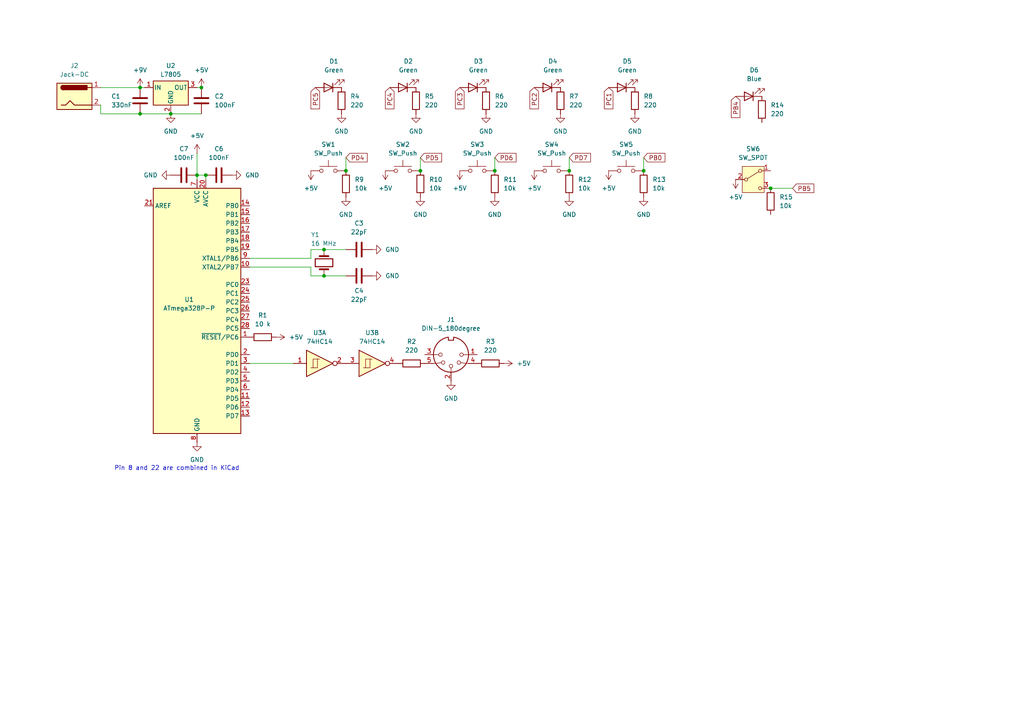
<source format=kicad_sch>
(kicad_sch (version 20250114) (generator "eeschema") (generator_version "9.0")
  (paper "A4")
  (lib_symbols
    (symbol "74xx:74HC14" (pin_names (offset 1.016))
      (property "Reference" "U" (at 0 1.27 0))
      (property "Value" "74HC14" (at 0 -1.27 0))
      (symbol "74HC14_1_0"
        (polyline (pts (xy -3.81 3.81) (xy -3.81 -3.81) (xy 3.81 0) (xy -3.81 3.81)) (stroke (width 0.254)) (fill (type background)))
        (pin input line (at -7.62 0 0) (length 3.81) (name "~") (number "1"))
        (pin output inverted (at 7.62 0 180) (length 3.81) (name "~") (number "2"))
      )
      (symbol "74HC14_1_1"
        (polyline (pts (xy -2.54 -1.27) (xy -0.635 -1.27) (xy -0.635 1.27) (xy 0 1.27)))
        (polyline (pts (xy -1.905 -1.27) (xy -1.905 1.27) (xy -0.635 1.27)))
      )
      (symbol "74HC14_2_0"
        (polyline (pts (xy -3.81 3.81) (xy -3.81 -3.81) (xy 3.81 0) (xy -3.81 3.81)) (stroke (width 0.254)) (fill (type background)))
        (pin input line (at -7.62 0 0) (length 3.81) (name "~") (number "3"))
        (pin output inverted (at 7.62 0 180) (length 3.81) (name "~") (number "4"))
      )
      (symbol "74HC14_2_1"
        (polyline (pts (xy -2.54 -1.27) (xy -0.635 -1.27) (xy -0.635 1.27) (xy 0 1.27)))
        (polyline (pts (xy -1.905 -1.27) (xy -1.905 1.27) (xy -0.635 1.27)))
      )
      (symbol "74HC14_3_0"
        (polyline (pts (xy -3.81 3.81) (xy -3.81 -3.81) (xy 3.81 0) (xy -3.81 3.81)) (stroke (width 0.254)) (fill (type background)))
        (pin input line (at -7.62 0 0) (length 3.81) (name "~") (number "5"))
        (pin output inverted (at 7.62 0 180) (length 3.81) (name "~") (number "6"))
      )
      (symbol "74HC14_3_1"
        (polyline (pts (xy -2.54 -1.27) (xy -0.635 -1.27) (xy -0.635 1.27) (xy 0 1.27)))
        (polyline (pts (xy -1.905 -1.27) (xy -1.905 1.27) (xy -0.635 1.27)))
      )
      (symbol "74HC14_4_0"
        (polyline (pts (xy -3.81 3.81) (xy -3.81 -3.81) (xy 3.81 0) (xy -3.81 3.81)) (stroke (width 0.254)) (fill (type background)))
        (pin input line (at -7.62 0 0) (length 3.81) (name "~") (number "9"))
        (pin output inverted (at 7.62 0 180) (length 3.81) (name "~") (number "8"))
      )
      (symbol "74HC14_4_1"
        (polyline (pts (xy -2.54 -1.27) (xy -0.635 -1.27) (xy -0.635 1.27) (xy 0 1.27)))
        (polyline (pts (xy -1.905 -1.27) (xy -1.905 1.27) (xy -0.635 1.27)))
      )
      (symbol "74HC14_5_0"
        (polyline (pts (xy -3.81 3.81) (xy -3.81 -3.81) (xy 3.81 0) (xy -3.81 3.81)) (stroke (width 0.254)) (fill (type background)))
        (pin input line (at -7.62 0 0) (length 3.81) (name "~") (number "11"))
        (pin output inverted (at 7.62 0 180) (length 3.81) (name "~") (number "10"))
      )
      (symbol "74HC14_5_1"
        (polyline (pts (xy -2.54 -1.27) (xy -0.635 -1.27) (xy -0.635 1.27) (xy 0 1.27)))
        (polyline (pts (xy -1.905 -1.27) (xy -1.905 1.27) (xy -0.635 1.27)))
      )
      (symbol "74HC14_6_0"
        (polyline (pts (xy -3.81 3.81) (xy -3.81 -3.81) (xy 3.81 0) (xy -3.81 3.81)) (stroke (width 0.254)) (fill (type background)))
        (pin input line (at -7.62 0 0) (length 3.81) (name "~") (number "13"))
        (pin output inverted (at 7.62 0 180) (length 3.81) (name "~") (number "12"))
      )
      (symbol "74HC14_6_1"
        (polyline (pts (xy -2.54 -1.27) (xy -0.635 -1.27) (xy -0.635 1.27) (xy 0 1.27)))
        (polyline (pts (xy -1.905 -1.27) (xy -1.905 1.27) (xy -0.635 1.27)))
      )
      (symbol "74HC14_7_0"
        (pin power_in line (at 0 12.7 270) (length 5.08) (name "VCC") (number "14"))
        (pin power_in line (at 0 -12.7 90) (length 5.08) (name "GND") (number "7"))
      )
      (symbol "74HC14_7_1"
        (rectangle (start -5.08 7.62) (end 5.08 -7.62) (stroke (width 0.254)) (fill (type background)))
      )
    )
    (symbol "Connector:DIN-5_180degree" (pin_names (offset 1.016))
      (property "Reference" "J" (at 3.175 5.715 0))
      (property "Value" "DIN-5_180degree" (at 0 -6.35 0))
      (symbol "DIN-5_180degree_0_1"
        (polyline (pts (xy -5.08 2.54) (xy -4.318 2.54) (xy -2.794 2.286)))
        (polyline (pts (xy -5.08 0) (xy -3.556 0)))
        (circle (center -3.048 0) (radius 0.508))
        (circle (center -2.286 2.286) (radius 0.508))
        (polyline (pts (xy -0.762 -4.953) (xy -0.762 -4.191) (xy 0.762 -4.191) (xy 0.762 -4.953)) (stroke (width 0.254)))
        (arc (start 5.08 0) (mid 3.8673 -3.3444) (end 0.762 -5.08) (stroke (width 0.254)))
        (polyline (pts (xy 0 5.08) (xy 0 3.81)))
        (circle (center 0 3.302) (radius 0.508))
        (arc (start -5.08 0) (mid 0 5.0579) (end 5.08 0) (stroke (width 0.254)))
        (arc (start -0.762 -5.08) (mid -3.8597 -3.3379) (end -5.08 0) (stroke (width 0.254)))
        (circle (center 2.286 2.286) (radius 0.508))
        (circle (center 3.048 0) (radius 0.508))
        (polyline (pts (xy 5.08 2.54) (xy 4.318 2.54) (xy 2.794 2.286)))
        (polyline (pts (xy 5.08 0) (xy 3.556 0)))
      )
      (symbol "DIN-5_180degree_1_1"
        (pin passive line (at -7.62 2.54 0) (length 2.54) (name "~") (number "4"))
        (pin passive line (at -7.62 0 0) (length 2.54) (name "~") (number "1"))
        (pin passive line (at 0 7.62 270) (length 2.54) (name "~") (number "2"))
        (pin passive line (at 7.62 2.54 180) (length 2.54) (name "~") (number "5"))
        (pin passive line (at 7.62 0 180) (length 2.54) (name "~") (number "3"))
      )
    )
    (symbol "Connector:Jack-DC" (pin_names (offset 1.016))
      (property "Reference" "J" (at 0 5.334 0))
      (property "Value" "Jack-DC" (at 0 -5.08 0))
      (symbol "Jack-DC_0_1"
        (rectangle (start -5.08 3.81) (end 5.08 -3.81) (stroke (width 0.254)) (fill (type background)))
        (polyline (pts (xy -3.81 -2.54) (xy -2.54 -2.54) (xy -1.27 -1.27) (xy 0 -2.54) (xy 2.54 -2.54) (xy 5.08 -2.54)) (stroke (width 0.254)))
        (arc (start -3.302 1.905) (mid -3.9343 2.54) (end -3.302 3.175) (stroke (width 0.254)))
        (arc (start -3.302 1.905) (mid -3.9343 2.54) (end -3.302 3.175) (stroke (width 0.254)) (fill (type outline)))
        (rectangle (start 3.683 3.175) (end -3.302 1.905) (stroke (width 0.254)) (fill (type outline)))
        (polyline (pts (xy 5.08 2.54) (xy 3.81 2.54)) (stroke (width 0.254)))
      )
      (symbol "Jack-DC_1_1"
        (pin passive line (at 7.62 2.54 180) (length 2.54) (name "~") (number "1"))
        (pin passive line (at 7.62 -2.54 180) (length 2.54) (name "~") (number "2"))
      )
    )
    (symbol "Device:C" (pin_numbers (hide yes)) (pin_names (offset 0.254))
      (property "Reference" "C" (at 0.635 2.54 0))
      (property "Value" "C" (at 0.635 -2.54 0))
      (symbol "C_0_1"
        (polyline (pts (xy -2.032 0.762) (xy 2.032 0.762)) (stroke (width 0.508)))
        (polyline (pts (xy -2.032 -0.762) (xy 2.032 -0.762)) (stroke (width 0.508)))
      )
      (symbol "C_1_1"
        (pin passive line (at 0 3.81 270) (length 2.794) (name "~") (number "1"))
        (pin passive line (at 0 -3.81 90) (length 2.794) (name "~") (number "2"))
      )
    )
    (symbol "Device:Crystal" (pin_numbers (hide yes)) (pin_names (offset 1.016) (hide yes))
      (property "Reference" "Y" (at 0 3.81 0))
      (property "Value" "Crystal" (at 0 -3.81 0))
      (symbol "Crystal_0_1"
        (polyline (pts (xy -2.54 0) (xy -1.905 0)))
        (polyline (pts (xy -1.905 -1.27) (xy -1.905 1.27)) (stroke (width 0.508)))
        (rectangle (start -1.143 2.54) (end 1.143 -2.54) (stroke (width 0.3048)))
        (polyline (pts (xy 1.905 -1.27) (xy 1.905 1.27)) (stroke (width 0.508)))
        (polyline (pts (xy 2.54 0) (xy 1.905 0)))
      )
      (symbol "Crystal_1_1"
        (pin passive line (at -3.81 0 0) (length 1.27) (name "1") (number "1"))
        (pin passive line (at 3.81 0 180) (length 1.27) (name "2") (number "2"))
      )
    )
    (symbol "Device:LED" (pin_numbers (hide yes)) (pin_names (offset 1.016) (hide yes))
      (property "Reference" "D" (at 0 2.54 0))
      (property "Value" "LED" (at 0 -2.54 0))
      (symbol "LED_0_1"
        (polyline (pts (xy -3.048 -0.762) (xy -4.572 -2.286) (xy -3.81 -2.286) (xy -4.572 -2.286) (xy -4.572 -1.524)))
        (polyline (pts (xy -1.778 -0.762) (xy -3.302 -2.286) (xy -2.54 -2.286) (xy -3.302 -2.286) (xy -3.302 -1.524)))
        (polyline (pts (xy -1.27 0) (xy 1.27 0)))
        (polyline (pts (xy -1.27 -1.27) (xy -1.27 1.27)) (stroke (width 0.254)))
        (polyline (pts (xy 1.27 -1.27) (xy 1.27 1.27) (xy -1.27 0) (xy 1.27 -1.27)) (stroke (width 0.254)))
      )
      (symbol "LED_1_1"
        (pin passive line (at -3.81 0 0) (length 2.54) (name "K") (number "1"))
        (pin passive line (at 3.81 0 180) (length 2.54) (name "A") (number "2"))
      )
    )
    (symbol "Device:R" (pin_numbers (hide yes)) (pin_names (offset 0))
      (property "Reference" "R" (at 2.032 0 90))
      (property "Value" "R" (at 0 0 90))
      (symbol "R_0_1"
        (rectangle (start -1.016 -2.54) (end 1.016 2.54) (stroke (width 0.254)))
      )
      (symbol "R_1_1"
        (pin passive line (at 0 3.81 270) (length 1.27) (name "~") (number "1"))
        (pin passive line (at 0 -3.81 90) (length 1.27) (name "~") (number "2"))
      )
    )
    (symbol "MCU_Microchip_ATmega:ATmega328P-P"
      (property "Reference" "U" (at -12.7 36.83 0))
      (property "Value" "ATmega328P-P" (at 2.54 -36.83 0))
      (symbol "ATmega328P-P_0_1"
        (rectangle (start -12.7 -35.56) (end 12.7 35.56) (stroke (width 0.254)) (fill (type background)))
      )
      (symbol "ATmega328P-P_1_1"
        (pin passive line (at -15.24 30.48 0) (length 2.54) (name "AREF") (number "21"))
        (pin power_in line (at 0 38.1 270) (length 2.54) (name "VCC") (number "7"))
        (pin passive line (at 0 -38.1 90) (length 2.54) (hide yes) (name "GND") (number "22"))
        (pin power_in line (at 0 -38.1 90) (length 2.54) (name "GND") (number "8"))
        (pin power_in line (at 2.54 38.1 270) (length 2.54) (name "AVCC") (number "20"))
        (pin bidirectional line (at 15.24 30.48 180) (length 2.54) (name "PB0") (number "14"))
        (pin bidirectional line (at 15.24 27.94 180) (length 2.54) (name "PB1") (number "15"))
        (pin bidirectional line (at 15.24 25.4 180) (length 2.54) (name "PB2") (number "16"))
        (pin bidirectional line (at 15.24 22.86 180) (length 2.54) (name "PB3") (number "17"))
        (pin bidirectional line (at 15.24 20.32 180) (length 2.54) (name "PB4") (number "18"))
        (pin bidirectional line (at 15.24 17.78 180) (length 2.54) (name "PB5") (number "19"))
        (pin bidirectional line (at 15.24 15.24 180) (length 2.54) (name "XTAL1/PB6") (number "9"))
        (pin bidirectional line (at 15.24 12.7 180) (length 2.54) (name "XTAL2/PB7") (number "10"))
        (pin bidirectional line (at 15.24 7.62 180) (length 2.54) (name "PC0") (number "23"))
        (pin bidirectional line (at 15.24 5.08 180) (length 2.54) (name "PC1") (number "24"))
        (pin bidirectional line (at 15.24 2.54 180) (length 2.54) (name "PC2") (number "25"))
        (pin bidirectional line (at 15.24 0 180) (length 2.54) (name "PC3") (number "26"))
        (pin bidirectional line (at 15.24 -2.54 180) (length 2.54) (name "PC4") (number "27"))
        (pin bidirectional line (at 15.24 -5.08 180) (length 2.54) (name "PC5") (number "28"))
        (pin bidirectional line (at 15.24 -7.62 180) (length 2.54) (name "~{RESET}/PC6") (number "1"))
        (pin bidirectional line (at 15.24 -12.7 180) (length 2.54) (name "PD0") (number "2"))
        (pin bidirectional line (at 15.24 -15.24 180) (length 2.54) (name "PD1") (number "3"))
        (pin bidirectional line (at 15.24 -17.78 180) (length 2.54) (name "PD2") (number "4"))
        (pin bidirectional line (at 15.24 -20.32 180) (length 2.54) (name "PD3") (number "5"))
        (pin bidirectional line (at 15.24 -22.86 180) (length 2.54) (name "PD4") (number "6"))
        (pin bidirectional line (at 15.24 -25.4 180) (length 2.54) (name "PD5") (number "11"))
        (pin bidirectional line (at 15.24 -27.94 180) (length 2.54) (name "PD6") (number "12"))
        (pin bidirectional line (at 15.24 -30.48 180) (length 2.54) (name "PD7") (number "13"))
      )
    )
    (symbol "Regulator_Linear:L7805" (pin_names (offset 0.254))
      (property "Reference" "U" (at -3.81 3.175 0))
      (property "Value" "L7805" (at 0 3.175 0))
      (symbol "L7805_0_1"
        (rectangle (start -5.08 1.905) (end 5.08 -5.08) (stroke (width 0.254)) (fill (type background)))
      )
      (symbol "L7805_1_1"
        (pin power_in line (at -7.62 0 0) (length 2.54) (name "IN") (number "1"))
        (pin power_in line (at 0 -7.62 90) (length 2.54) (name "GND") (number "2"))
        (pin power_out line (at 7.62 0 180) (length 2.54) (name "OUT") (number "3"))
      )
    )
    (symbol "Switch:SW_Push" (pin_numbers (hide yes)) (pin_names (offset 1.016) (hide yes))
      (property "Reference" "SW" (at 1.27 2.54 0))
      (property "Value" "SW_Push" (at 0 -1.524 0))
      (symbol "SW_Push_0_1"
        (circle (center -2.032 0) (radius 0.508))
        (polyline (pts (xy 0 1.27) (xy 0 3.048)))
        (circle (center 2.032 0) (radius 0.508))
        (polyline (pts (xy 2.54 1.27) (xy -2.54 1.27)))
        (pin passive line (at -5.08 0 0) (length 2.54) (name "1") (number "1"))
        (pin passive line (at 5.08 0 180) (length 2.54) (name "2") (number "2"))
      )
    )
    (symbol "Switch:SW_SPDT" (pin_names (offset 0) (hide yes))
      (property "Reference" "SW" (at 0 5.08 0))
      (property "Value" "SW_SPDT" (at 0 -5.08 0))
      (symbol "SW_SPDT_0_1"
        (circle (center -2.032 0) (radius 0.4572))
        (polyline (pts (xy -1.651 0.254) (xy 1.651 2.286)))
        (circle (center 2.032 2.54) (radius 0.4572))
        (circle (center 2.032 -2.54) (radius 0.4572))
      )
      (symbol "SW_SPDT_1_1"
        (rectangle (start -3.175 3.81) (end 3.175 -3.81) (fill (type background)))
        (pin passive line (at -5.08 0 0) (length 2.54) (name "B") (number "2"))
        (pin passive line (at 5.08 2.54 180) (length 2.54) (name "A") (number "1"))
        (pin passive line (at 5.08 -2.54 180) (length 2.54) (name "C") (number "3"))
      )
    )
    (symbol "power:+5V" (power) (pin_numbers (hide yes)) (pin_names (offset 0) (hide yes))
      (property "Value" "+5V" (at 0 3.556 0))
      (symbol "+5V_0_1"
        (polyline (pts (xy -0.762 1.27) (xy 0 2.54)))
        (polyline (pts (xy 0 2.54) (xy 0.762 1.27)))
        (polyline (pts (xy 0 0) (xy 0 2.54)))
      )
      (symbol "+5V_1_1"
        (pin power_in line (at 0 0 90) (length 0) (name "~") (number "1"))
      )
    )
    (symbol "power:+9V" (power) (pin_numbers (hide yes)) (pin_names (offset 0) (hide yes))
      (property "Value" "+9V" (at 0 3.556 0))
      (symbol "+9V_0_1"
        (polyline (pts (xy -0.762 1.27) (xy 0 2.54)))
        (polyline (pts (xy 0 2.54) (xy 0.762 1.27)))
        (polyline (pts (xy 0 0) (xy 0 2.54)))
      )
      (symbol "+9V_1_1"
        (pin power_in line (at 0 0 90) (length 0) (name "~") (number "1"))
      )
    )
    (symbol "power:GND" (power) (pin_numbers (hide yes)) (pin_names (offset 0) (hide yes))
      (property "Value" "GND" (at 0 -3.81 0))
      (symbol "GND_0_1"
        (polyline (pts (xy 0 0) (xy 0 -1.27) (xy 1.27 -1.27) (xy 0 -2.54) (xy -1.27 -1.27) (xy 0 -1.27)))
      )
      (symbol "GND_1_1"
        (pin power_in line (at 0 0 270) (length 0) (name "~") (number "1"))
      )
    )
  )
  (text "Pin 8 and 22 are combined in KiCad" (at 51.308 135.89 0) (effects (font (size 1.27 1.27))))
  (junction (at 58.42 25.4))
  (junction (at 121.92 49.53))
  (junction (at 93.98 72.39))
  (junction (at 186.69 49.53))
  (junction (at 143.51 49.53))
  (junction (at 49.53 33.02))
  (junction (at 59.69 50.8))
  (junction (at 93.98 80.01))
  (junction (at 40.64 25.4))
  (junction (at 40.64 33.02))
  (junction (at 100.33 49.53))
  (junction (at 223.52 54.61))
  (junction (at 57.15 50.8))
  (junction (at 165.1 49.53))
  (wire (pts (xy 59.69 50.8) (xy 59.69 52.07)))
  (wire (pts (xy 57.15 25.4) (xy 58.42 25.4)))
  (wire (pts (xy 29.21 30.48) (xy 29.21 33.02)))
  (wire (pts (xy 121.92 45.72) (xy 121.92 49.53)))
  (wire (pts (xy 40.64 33.02) (xy 49.53 33.02)))
  (wire (pts (xy 93.98 80.01) (xy 100.33 80.01)))
  (wire (pts (xy 57.15 50.8) (xy 59.69 50.8)))
  (wire (pts (xy 93.98 80.01) (xy 90.17 80.01)))
  (wire (pts (xy 90.17 72.39) (xy 90.17 74.93)))
  (wire (pts (xy 29.21 33.02) (xy 40.64 33.02)))
  (wire (pts (xy 93.98 72.39) (xy 90.17 72.39)))
  (wire (pts (xy 57.15 50.8) (xy 57.15 52.07)))
  (wire (pts (xy 143.51 45.72) (xy 143.51 49.53)))
  (wire (pts (xy 100.33 45.72) (xy 100.33 49.53)))
  (wire (pts (xy 29.21 25.4) (xy 40.64 25.4)))
  (wire (pts (xy 186.69 45.72) (xy 186.69 49.53)))
  (wire (pts (xy 72.39 105.41) (xy 85.09 105.41)))
  (wire (pts (xy 93.98 72.39) (xy 100.33 72.39)))
  (wire (pts (xy 229.87 54.61) (xy 223.52 54.61)))
  (wire (pts (xy 90.17 74.93) (xy 72.39 74.93)))
  (wire (pts (xy 90.17 77.47) (xy 72.39 77.47)))
  (wire (pts (xy 49.53 33.02) (xy 58.42 33.02)))
  (wire (pts (xy 90.17 80.01) (xy 90.17 77.47)))
  (wire (pts (xy 40.64 25.4) (xy 41.91 25.4)))
  (wire (pts (xy 57.15 44.45) (xy 57.15 50.8)))
  (wire (pts (xy 165.1 45.72) (xy 165.1 49.53)))
  (global_label "PD5" (shape input) (at 121.92 45.72 0) (property "Intersheetrefs" "${INTERSHEET_REFS}" (effects (hide yes))))
  (global_label "PC5" (shape input) (at 91.44 25.4 270) (property "Intersheetrefs" "${INTERSHEET_REFS}" (effects (hide yes))))
  (global_label "PC1" (shape input) (at 176.53 25.4 270) (property "Intersheetrefs" "${INTERSHEET_REFS}" (effects (hide yes))))
  (global_label "PB4" (shape input) (at 213.36 27.94 270) (property "Intersheetrefs" "${INTERSHEET_REFS}" (effects (hide yes))))
  (global_label "PC4" (shape input) (at 113.03 25.4 270) (property "Intersheetrefs" "${INTERSHEET_REFS}" (effects (hide yes))))
  (global_label "PD4" (shape input) (at 100.33 45.72 0) (property "Intersheetrefs" "${INTERSHEET_REFS}" (effects (hide yes))))
  (global_label "PB5" (shape input) (at 229.87 54.61 0) (property "Intersheetrefs" "${INTERSHEET_REFS}" (effects (hide yes))))
  (global_label "PD7" (shape input) (at 165.1 45.72 0) (property "Intersheetrefs" "${INTERSHEET_REFS}" (effects (hide yes))))
  (global_label "PD6" (shape input) (at 143.51 45.72 0) (property "Intersheetrefs" "${INTERSHEET_REFS}" (effects (hide yes))))
  (global_label "PC2" (shape input) (at 154.94 25.4 270) (property "Intersheetrefs" "${INTERSHEET_REFS}" (effects (hide yes))))
  (global_label "PC3" (shape input) (at 133.35 25.4 270) (property "Intersheetrefs" "${INTERSHEET_REFS}" (effects (hide yes))))
  (global_label "PB0" (shape input) (at 186.69 45.72 0) (property "Intersheetrefs" "${INTERSHEET_REFS}" (effects (hide yes))))
  (symbol (lib_id "Device:LED") (at 180.34 25.4 180) (unit 1)
    (property "Reference" "D5" (at 181.9275 17.78 0))
    (property "Value" "Green" (at 181.9275 20.32 0))
    (property "Description" "Light emitting diode" (effects (hide yes)))
    (property "Sim.Pins" "1=K 2=A" (effects (hide yes)))
  )
  (symbol (lib_id "Device:LED") (at 137.16 25.4 180) (unit 1)
    (property "Reference" "D3" (at 138.7475 17.78 0))
    (property "Value" "Green" (at 138.7475 20.32 0))
    (property "Description" "Light emitting diode" (effects (hide yes)))
    (property "Sim.Pins" "1=K 2=A" (effects (hide yes)))
  )
  (symbol (lib_id "power:GND") (at 107.95 80.01 90) (unit 1)
    (property "Reference" "#PWR07" (effects (hide yes)))
    (property "Value" "GND" (at 111.76 80.0099 90) (effects (justify right)))
    (property "Description" "Power symbol creates a global label with name \"GND\" , ground" (effects (hide yes)))
  )
  (symbol (lib_id "power:+5V") (at 57.15 44.45 0) (unit 1)
    (property "Reference" "#PWR04" (effects (hide yes)))
    (property "Value" "+5V" (at 57.15 39.37 0))
    (property "Description" "Power symbol creates a global label with name \"+5V\"" (effects (hide yes)))
  )
  (symbol (lib_id "Device:LED") (at 158.75 25.4 180) (unit 1)
    (property "Reference" "D4" (at 160.3375 17.78 0))
    (property "Value" "Green" (at 160.3375 20.32 0))
    (property "Description" "Light emitting diode" (effects (hide yes)))
    (property "Sim.Pins" "1=K 2=A" (effects (hide yes)))
  )
  (symbol (lib_id "Device:R") (at 184.15 29.21 0) (unit 1)
    (property "Reference" "R8" (at 186.69 27.9399 0) (effects (justify left)))
    (property "Value" "220" (at 186.69 30.4799 0) (effects (justify left)))
    (property "Description" "Resistor" (effects (hide yes)))
  )
  (symbol (lib_id "power:+5V") (at 146.05 105.41 270) (unit 1)
    (property "Reference" "#PWR011" (effects (hide yes)))
    (property "Value" "+5V" (at 149.86 105.4099 90) (effects (justify left)))
    (property "Description" "Power symbol creates a global label with name \"+5V\"" (effects (hide yes)))
  )
  (symbol (lib_id "Device:C") (at 40.64 29.21 0) (unit 1)
    (property "Reference" "C1" (at 32.258 27.94 0) (effects (justify left)))
    (property "Value" "330nF" (at 32.258 30.48 0) (effects (justify left)))
    (property "Description" "Unpolarized capacitor" (effects (hide yes)))
  )
  (symbol (lib_id "power:+5V") (at 90.17 49.53 180) (unit 1)
    (property "Reference" "#PWR019" (effects (hide yes)))
    (property "Value" "+5V" (at 90.17 54.61 0))
    (property "Description" "Power symbol creates a global label with name \"+5V\"" (effects (hide yes)))
  )
  (symbol (lib_id "power:GND") (at 99.06 33.02 0) (unit 1)
    (property "Reference" "#PWR013" (effects (hide yes)))
    (property "Value" "GND" (at 99.06 38.1 0))
    (property "Description" "Power symbol creates a global label with name \"GND\" , ground" (effects (hide yes)))
  )
  (symbol (lib_id "Device:R") (at 100.33 53.34 0) (unit 1)
    (property "Reference" "R9" (at 102.87 52.0699 0) (effects (justify left)))
    (property "Value" "10k" (at 102.87 54.6099 0) (effects (justify left)))
    (property "Description" "Resistor" (effects (hide yes)))
  )
  (symbol (lib_id "74xx:74HC14") (at 107.95 105.41 0) (unit 2)
    (property "Reference" "U3" (at 107.95 96.52 0))
    (property "Value" "74HC14" (at 107.95 99.06 0))
    (property "Datasheet" "http://www.ti.com/lit/gpn/sn74HC14" (effects (hide yes)))
    (property "Description" "Hex inverter schmitt trigger" (effects (hide yes)))
  )
  (symbol (lib_id "power:GND") (at 186.69 57.15 0) (unit 1)
    (property "Reference" "#PWR027" (effects (hide yes)))
    (property "Value" "GND" (at 186.69 62.23 0))
    (property "Description" "Power symbol creates a global label with name \"GND\" , ground" (effects (hide yes)))
  )
  (symbol (lib_id "power:GND") (at 49.53 50.8 270) (unit 1)
    (property "Reference" "#PWR09" (effects (hide yes)))
    (property "Value" "GND" (at 45.72 50.7999 90) (effects (justify right)))
    (property "Description" "Power symbol creates a global label with name \"GND\" , ground" (effects (hide yes)))
  )
  (symbol (lib_id "Switch:SW_Push") (at 181.61 49.53 0) (unit 1)
    (property "Reference" "SW5" (at 181.61 41.91 0))
    (property "Value" "SW_Push" (at 181.61 44.45 0))
    (property "Description" "Push button switch, generic, two pins" (effects (hide yes)))
  )
  (symbol (lib_id "power:GND") (at 67.31 50.8 90) (unit 1)
    (property "Reference" "#PWR05" (effects (hide yes)))
    (property "Value" "GND" (at 71.12 50.7999 90) (effects (justify right)))
    (property "Description" "Power symbol creates a global label with name \"GND\" , ground" (effects (hide yes)))
  )
  (symbol (lib_id "power:GND") (at 140.97 33.02 0) (unit 1)
    (property "Reference" "#PWR015" (effects (hide yes)))
    (property "Value" "GND" (at 140.97 38.1 0))
    (property "Description" "Power symbol creates a global label with name \"GND\" , ground" (effects (hide yes)))
  )
  (symbol (lib_id "power:GND") (at 57.15 128.27 0) (unit 1)
    (property "Reference" "#PWR08" (effects (hide yes)))
    (property "Value" "GND" (at 57.15 133.35 0))
    (property "Description" "Power symbol creates a global label with name \"GND\" , ground" (effects (hide yes)))
  )
  (symbol (lib_id "Device:Crystal") (at 93.98 76.2 270) (unit 1)
    (property "Reference" "Y1" (at 90.17 68.072 90) (effects (justify left)))
    (property "Value" "16 MHz" (at 90.17 70.612 90) (effects (justify left)))
    (property "Description" "Two pin crystal" (effects (hide yes)))
  )
  (symbol (lib_id "Switch:SW_Push") (at 116.84 49.53 0) (unit 1)
    (property "Reference" "SW2" (at 116.84 41.91 0))
    (property "Value" "SW_Push" (at 116.84 44.45 0))
    (property "Description" "Push button switch, generic, two pins" (effects (hide yes)))
  )
  (symbol (lib_id "power:GND") (at 121.92 57.15 0) (unit 1)
    (property "Reference" "#PWR021" (effects (hide yes)))
    (property "Value" "GND" (at 121.92 62.23 0))
    (property "Description" "Power symbol creates a global label with name \"GND\" , ground" (effects (hide yes)))
  )
  (symbol (lib_id "power:+5V") (at 154.94 49.53 180) (unit 1)
    (property "Reference" "#PWR024" (effects (hide yes)))
    (property "Value" "+5V" (at 154.94 54.61 0))
    (property "Description" "Power symbol creates a global label with name \"+5V\"" (effects (hide yes)))
  )
  (symbol (lib_id "Connector:Jack-DC") (at 21.59 27.94 0) (unit 1)
    (property "Reference" "J2" (at 21.59 19.05 0))
    (property "Value" "Jack-DC" (at 21.59 21.59 0))
    (property "Description" "DC Barrel Jack" (effects (hide yes)))
  )
  (symbol (lib_id "power:+5V") (at 133.35 49.53 180) (unit 1)
    (property "Reference" "#PWR022" (effects (hide yes)))
    (property "Value" "+5V" (at 133.35 54.61 0))
    (property "Description" "Power symbol creates a global label with name \"+5V\"" (effects (hide yes)))
  )
  (symbol (lib_id "power:GND") (at 49.53 33.02 0) (unit 1)
    (property "Reference" "#PWR01" (effects (hide yes)))
    (property "Value" "GND" (at 49.53 38.1 0))
    (property "Description" "Power symbol creates a global label with name \"GND\" , ground" (effects (hide yes)))
  )
  (symbol (lib_id "power:+5V") (at 58.42 25.4 0) (unit 1)
    (property "Reference" "#PWR03" (effects (hide yes)))
    (property "Value" "+5V" (at 58.42 20.32 0))
    (property "Description" "Power symbol creates a global label with name \"+5V\"" (effects (hide yes)))
  )
  (symbol (lib_id "power:GND") (at 107.95 72.39 90) (unit 1)
    (property "Reference" "#PWR06" (effects (hide yes)))
    (property "Value" "GND" (at 111.76 72.3899 90) (effects (justify right)))
    (property "Description" "Power symbol creates a global label with name \"GND\" , ground" (effects (hide yes)))
  )
  (symbol (lib_id "Device:R") (at 99.06 29.21 0) (unit 1)
    (property "Reference" "R4" (at 101.6 27.9399 0) (effects (justify left)))
    (property "Value" "220" (at 101.6 30.4799 0) (effects (justify left)))
    (property "Description" "Resistor" (effects (hide yes)))
  )
  (symbol (lib_id "Device:C") (at 58.42 29.21 0) (unit 1)
    (property "Reference" "C2" (at 62.23 27.9399 0) (effects (justify left)))
    (property "Value" "100nF" (at 62.23 30.4799 0) (effects (justify left)))
    (property "Description" "Unpolarized capacitor" (effects (hide yes)))
  )
  (symbol (lib_id "Device:R") (at 76.2 97.79 90) (unit 1)
    (property "Reference" "R1" (at 76.2 91.44 90))
    (property "Value" "10 k" (at 76.2 93.98 90))
    (property "Description" "Resistor" (effects (hide yes)))
  )
  (symbol (lib_id "power:GND") (at 100.33 57.15 0) (unit 1)
    (property "Reference" "#PWR018" (effects (hide yes)))
    (property "Value" "GND" (at 100.33 62.23 0))
    (property "Description" "Power symbol creates a global label with name \"GND\" , ground" (effects (hide yes)))
  )
  (symbol (lib_id "power:GND") (at 165.1 57.15 0) (unit 1)
    (property "Reference" "#PWR025" (effects (hide yes)))
    (property "Value" "GND" (at 165.1 62.23 0))
    (property "Description" "Power symbol creates a global label with name \"GND\" , ground" (effects (hide yes)))
  )
  (symbol (lib_id "power:GND") (at 162.56 33.02 0) (unit 1)
    (property "Reference" "#PWR016" (effects (hide yes)))
    (property "Value" "GND" (at 162.56 38.1 0))
    (property "Description" "Power symbol creates a global label with name \"GND\" , ground" (effects (hide yes)))
  )
  (symbol (lib_id "Device:R") (at 142.24 105.41 270) (unit 1)
    (property "Reference" "R3" (at 142.24 99.06 90))
    (property "Value" "220" (at 142.24 101.6 90))
    (property "Description" "Resistor" (effects (hide yes)))
  )
  (symbol (lib_id "Device:C") (at 104.14 72.39 90) (unit 1)
    (property "Reference" "C3" (at 104.14 64.77 90))
    (property "Value" "22pF" (at 104.14 67.31 90))
    (property "Description" "Unpolarized capacitor" (effects (hide yes)))
  )
  (symbol (lib_id "power:GND") (at 130.81 110.49 0) (unit 1)
    (property "Reference" "#PWR012" (effects (hide yes)))
    (property "Value" "GND" (at 130.81 115.57 0))
    (property "Description" "Power symbol creates a global label with name \"GND\" , ground" (effects (hide yes)))
  )
  (symbol (lib_id "Device:LED") (at 116.84 25.4 180) (unit 1)
    (property "Reference" "D2" (at 118.4275 17.78 0))
    (property "Value" "Green" (at 118.4275 20.32 0))
    (property "Description" "Light emitting diode" (effects (hide yes)))
    (property "Sim.Pins" "1=K 2=A" (effects (hide yes)))
  )
  (symbol (lib_id "Device:LED") (at 95.25 25.4 180) (unit 1)
    (property "Reference" "D1" (at 96.8375 17.78 0))
    (property "Value" "Green" (at 96.8375 20.32 0))
    (property "Description" "Light emitting diode" (effects (hide yes)))
    (property "Sim.Pins" "1=K 2=A" (effects (hide yes)))
  )
  (symbol (lib_id "power:+9V") (at 40.64 25.4 0) (unit 1)
    (property "Reference" "#PWR02" (effects (hide yes)))
    (property "Value" "+9V" (at 40.64 20.32 0))
    (property "Description" "Power symbol creates a global label with name \"+9V\"" (effects (hide yes)))
  )
  (symbol (lib_id "power:+5V") (at 111.76 49.53 180) (unit 1)
    (property "Reference" "#PWR020" (effects (hide yes)))
    (property "Value" "+5V" (at 111.76 54.61 0))
    (property "Description" "Power symbol creates a global label with name \"+5V\"" (effects (hide yes)))
  )
  (symbol (lib_id "Device:R") (at 143.51 53.34 0) (unit 1)
    (property "Reference" "R11" (at 146.05 52.0699 0) (effects (justify left)))
    (property "Value" "10k" (at 146.05 54.6099 0) (effects (justify left)))
    (property "Description" "Resistor" (effects (hide yes)))
  )
  (symbol (lib_id "74xx:74HC14") (at 92.71 105.41 0) (unit 1)
    (property "Reference" "U3" (at 92.71 96.52 0))
    (property "Value" "74HC14" (at 92.71 99.06 0))
    (property "Datasheet" "http://www.ti.com/lit/gpn/sn74HC14" (effects (hide yes)))
    (property "Description" "Hex inverter schmitt trigger" (effects (hide yes)))
  )
  (symbol (lib_id "Regulator_Linear:L7805") (at 49.53 25.4 0) (unit 1)
    (property "Reference" "U2" (at 49.53 19.05 0))
    (property "Value" "L7805" (at 49.53 21.59 0))
    (property "Datasheet" "http://www.st.com/content/ccc/resource/technical/document/datasheet/41/4f/b3/b0/12/d4/47/88/CD00000444.pdf/files/CD00000444.pdf/jcr:content/translations/en.CD00000444.pdf" (effects (hide yes)))
    (property "Description" "Positive 1.5A 35V Linear Regulator, Fixed Output 5V, TO-220/TO-263/TO-252" (effects (hide yes)))
  )
  (symbol (lib_id "Switch:SW_SPDT") (at 218.44 52.07 0) (unit 1)
    (property "Reference" "SW6" (at 218.44 43.18 0))
    (property "Value" "SW_SPDT" (at 218.44 45.72 0))
    (property "Description" "Switch, single pole double throw" (effects (hide yes)))
  )
  (symbol (lib_id "Device:R") (at 162.56 29.21 0) (unit 1)
    (property "Reference" "R7" (at 165.1 27.9399 0) (effects (justify left)))
    (property "Value" "220" (at 165.1 30.4799 0) (effects (justify left)))
    (property "Description" "Resistor" (effects (hide yes)))
  )
  (symbol (lib_id "Device:R") (at 120.65 29.21 0) (unit 1)
    (property "Reference" "R5" (at 123.19 27.9399 0) (effects (justify left)))
    (property "Value" "220" (at 123.19 30.4799 0) (effects (justify left)))
    (property "Description" "Resistor" (effects (hide yes)))
  )
  (symbol (lib_id "power:GND") (at 143.51 57.15 0) (unit 1)
    (property "Reference" "#PWR023" (effects (hide yes)))
    (property "Value" "GND" (at 143.51 62.23 0))
    (property "Description" "Power symbol creates a global label with name \"GND\" , ground" (effects (hide yes)))
  )
  (symbol (lib_id "Device:C") (at 63.5 50.8 90) (unit 1)
    (property "Reference" "C6" (at 63.5 43.18 90))
    (property "Value" "100nF" (at 63.5 45.72 90))
    (property "Description" "Unpolarized capacitor" (effects (hide yes)))
  )
  (symbol (lib_id "Connector:DIN-5_180degree") (at 130.81 102.87 180) (unit 1)
    (property "Reference" "J1" (at 130.8099 92.71 0))
    (property "Value" "DIN-5_180degree" (at 130.8099 95.25 0))
    (property "Datasheet" "http://www.mouser.com/ds/2/18/40_c091_abd_e-75918.pdf" (effects (hide yes)))
    (property "Description" "5-pin DIN connector (5-pin DIN-5 stereo)" (effects (hide yes)))
  )
  (symbol (lib_id "Device:R") (at 119.38 105.41 90) (unit 1)
    (property "Reference" "R2" (at 119.38 99.06 90))
    (property "Value" "220" (at 119.38 101.6 90))
    (property "Description" "Resistor" (effects (hide yes)))
  )
  (symbol (lib_id "power:GND") (at 120.65 33.02 0) (unit 1)
    (property "Reference" "#PWR014" (effects (hide yes)))
    (property "Value" "GND" (at 120.65 38.1 0))
    (property "Description" "Power symbol creates a global label with name \"GND\" , ground" (effects (hide yes)))
  )
  (symbol (lib_id "Device:R") (at 186.69 53.34 0) (unit 1)
    (property "Reference" "R13" (at 189.23 52.0699 0) (effects (justify left)))
    (property "Value" "10k" (at 189.23 54.6099 0) (effects (justify left)))
    (property "Description" "Resistor" (effects (hide yes)))
  )
  (symbol (lib_id "Switch:SW_Push") (at 160.02 49.53 0) (unit 1)
    (property "Reference" "SW4" (at 160.02 41.91 0))
    (property "Value" "SW_Push" (at 160.02 44.45 0))
    (property "Description" "Push button switch, generic, two pins" (effects (hide yes)))
  )
  (symbol (lib_id "Device:R") (at 121.92 53.34 0) (unit 1)
    (property "Reference" "R10" (at 124.46 52.0699 0) (effects (justify left)))
    (property "Value" "10k" (at 124.46 54.6099 0) (effects (justify left)))
    (property "Description" "Resistor" (effects (hide yes)))
  )
  (symbol (lib_id "Device:R") (at 220.98 31.75 180) (unit 1)
    (property "Reference" "R14" (at 223.52 30.4799 0) (effects (justify right)))
    (property "Value" "220" (at 223.52 33.0199 0) (effects (justify right)))
    (property "Description" "Resistor" (effects (hide yes)))
  )
  (symbol (lib_id "Switch:SW_Push") (at 138.43 49.53 0) (unit 1)
    (property "Reference" "SW3" (at 138.43 41.91 0))
    (property "Value" "SW_Push" (at 138.43 44.45 0))
    (property "Description" "Push button switch, generic, two pins" (effects (hide yes)))
  )
  (symbol (lib_id "power:+5V") (at 80.01 97.79 270) (unit 1)
    (property "Reference" "#PWR010" (effects (hide yes)))
    (property "Value" "+5V" (at 83.82 97.7899 90) (effects (justify left)))
    (property "Description" "Power symbol creates a global label with name \"+5V\"" (effects (hide yes)))
  )
  (symbol (lib_id "Switch:SW_Push") (at 95.25 49.53 0) (unit 1)
    (property "Reference" "SW1" (at 95.25 41.91 0))
    (property "Value" "SW_Push" (at 95.25 44.45 0))
    (property "Description" "Push button switch, generic, two pins" (effects (hide yes)))
  )
  (symbol (lib_id "power:GND") (at 184.15 33.02 0) (unit 1)
    (property "Reference" "#PWR017" (effects (hide yes)))
    (property "Value" "GND" (at 184.15 38.1 0))
    (property "Description" "Power symbol creates a global label with name \"GND\" , ground" (effects (hide yes)))
  )
  (symbol (lib_id "Device:C") (at 53.34 50.8 90) (unit 1)
    (property "Reference" "C7" (at 53.34 43.18 90))
    (property "Value" "100nF" (at 53.34 45.72 90))
    (property "Description" "Unpolarized capacitor" (effects (hide yes)))
  )
  (symbol (lib_id "Device:LED") (at 217.17 27.94 180) (unit 1)
    (property "Reference" "D6" (at 218.7575 20.32 0))
    (property "Value" "Blue" (at 218.7575 22.86 0))
    (property "Description" "Light emitting diode" (effects (hide yes)))
    (property "Sim.Pins" "1=K 2=A" (effects (hide yes)))
  )
  (symbol (lib_id "power:+5V") (at 176.53 49.53 180) (unit 1)
    (property "Reference" "#PWR026" (effects (hide yes)))
    (property "Value" "+5V" (at 176.53 54.61 0))
    (property "Description" "Power symbol creates a global label with name \"+5V\"" (effects (hide yes)))
  )
  (symbol (lib_id "Device:R") (at 140.97 29.21 0) (unit 1)
    (property "Reference" "R6" (at 143.51 27.9399 0) (effects (justify left)))
    (property "Value" "220" (at 143.51 30.4799 0) (effects (justify left)))
    (property "Description" "Resistor" (effects (hide yes)))
  )
  (symbol (lib_id "power:+5V") (at 213.36 52.07 180) (unit 1)
    (property "Reference" "#PWR028" (effects (hide yes)))
    (property "Value" "+5V" (at 213.36 57.15 0))
    (property "Description" "Power symbol creates a global label with name \"+5V\"" (effects (hide yes)))
  )
  (symbol (lib_id "Device:R") (at 223.52 58.42 180) (unit 1)
    (property "Reference" "R15" (at 226.06 57.1499 0) (effects (justify right)))
    (property "Value" "10k" (at 226.06 59.6899 0) (effects (justify right)))
    (property "Description" "Resistor" (effects (hide yes)))
  )
  (symbol (lib_id "MCU_Microchip_ATmega:ATmega328P-P") (at 57.15 90.17 0) (unit 1)
    (property "Reference" "U1" (at 54.864 86.868 0))
    (property "Value" "ATmega328P-P" (at 54.864 89.408 0))
    (property "Footprint" "Package_DIP:DIP-28_W7.62mm" (effects (hide yes)))
    (property "Datasheet" "http://ww1.microchip.com/downloads/en/DeviceDoc/ATmega328_P%20AVR%20MCU%20with%20picoPower%20Technology%20Data%20Sheet%2040001984A.pdf" (effects (hide yes)))
    (property "Description" "20MHz, 32kB Flash, 2kB SRAM, 1kB EEPROM, DIP-28" (effects (hide yes)))
  )
  (symbol (lib_id "Device:C") (at 104.14 80.01 90) (unit 1)
    (property "Reference" "C4" (at 104.14 84.328 90))
    (property "Value" "22pF" (at 104.14 86.868 90))
    (property "Description" "Unpolarized capacitor" (effects (hide yes)))
  )
  (symbol (lib_id "Device:R") (at 165.1 53.34 0) (unit 1)
    (property "Reference" "R12" (at 167.64 52.0699 0) (effects (justify left)))
    (property "Value" "10k" (at 167.64 54.6099 0) (effects (justify left)))
    (property "Description" "Resistor" (effects (hide yes)))
  )
)
</source>
